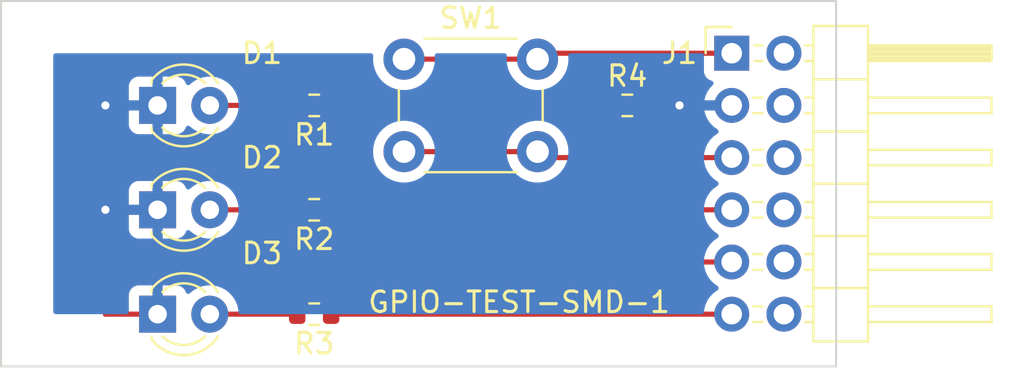
<source format=kicad_pcb>
(kicad_pcb (version 20221018) (generator pcbnew)
  (layers (0 "F.Cu" signal) (31 "B.Cu" signal) (34 "B.Paste" user) (35 "F.Paste" user) (36 "B.SilkS" user "B.Silkscreen") (37 "F.SilkS" user "F.Silkscreen") (38 "B.Mask" user) (39 "F.Mask" user) (44 "Edge.Cuts" user))
  (net 0 "")
  (net 1 "GND")
  (net 2 "Net-(D1-A)")
  (net 3 "Net-(D2-A)")
  (net 4 "Net-(D3-A)")
  (net 5 "Net-(J1-Pin_1)")
  (net 7 "Net-(J1-Pin_9)")
  (net 9 "Net-(J1-Pin_5)")
  (net 11 "Net-(J1-Pin_7)")
  (net 14 "Net-(J1-Pin_11)")
  (footprint "Button_Switch_THT:SW_PUSH_6mm_H4.3mm" (layer "F.Cu") (at 118.67 58.71)
    (fp_text reference "SW1" (at 3.25 -2) (layer "F.SilkS"))
    (fp_text value "SW_Push")
    (fp_line (start -0.25 1.5) (end -0.25 3) (stroke (width 0.12)) (layer "F.SilkS"))
    (fp_line (start 1 5.5) (end 5.5 5.5) (stroke (width 0.12)) (layer "F.SilkS"))
    (fp_line (start 5.5 -1) (end 1 -1) (stroke (width 0.12)) (layer "F.SilkS"))
    (fp_line (start 6.75 3) (end 6.75 1.5) (stroke (width 0.12)) (layer "F.SilkS"))
    (pad "1" thru_hole circle (at 0 0 90) (size 2 2) (drill 1.1) (layers "*.Cu" "*.Mask") (net 5 "Net-(J1-Pin_1)"))
    (pad "1" thru_hole circle (at 6.5 0 90) (size 2 2) (drill 1.1) (layers "*.Cu" "*.Mask") (net 5 "Net-(J1-Pin_1)"))
    (pad "2" thru_hole circle (at 0 4.5 90) (size 2 2) (drill 1.1) (layers "*.Cu" "*.Mask") (net 9 "Net-(J1-Pin_5)"))
    (pad "2" thru_hole circle (at 6.5 4.5 90) (size 2 2) (drill 1.1) (layers "*.Cu" "*.Mask") (net 9 "Net-(J1-Pin_5)"))
  )
  (footprint "Resistor_SMD:R_0603_1608Metric" (layer "F.Cu") (at 114.3 60.96 180)
    (fp_text reference "R1" (at 0 -1.43 180) (layer "F.SilkS"))
    (fp_text value "1k")
    (fp_line (start -0.237258 -0.5225) (end 0.237258 -0.5225) (stroke (width 0.12)) (layer "F.SilkS"))
    (fp_line (start -0.237258 0.5225) (end 0.237258 0.5225) (stroke (width 0.12)) (layer "F.SilkS"))
    (pad "1" smd roundrect (at -0.825 0 180) (size 0.8 0.95) (layers "F.Cu" "F.Paste" "F.Mask") (net 11 "Net-(J1-Pin_7)"))
    (pad "2" smd roundrect (at 0.825 0 180) (size 0.8 0.95) (layers "F.Cu" "F.Paste" "F.Mask") (net 2 "Net-(D1-A)"))
  )
  (footprint "Resistor_SMD:R_0603_1608Metric" (layer "F.Cu") (at 129.54 60.96)
    (fp_text reference "R4" (at 0 -1.43) (layer "F.SilkS"))
    (fp_text value "1k")
    (fp_line (start -0.237258 -0.5225) (end 0.237258 -0.5225) (stroke (width 0.12)) (layer "F.SilkS"))
    (fp_line (start -0.237258 0.5225) (end 0.237258 0.5225) (stroke (width 0.12)) (layer "F.SilkS"))
    (pad "1" smd roundrect (at -0.825 0) (size 0.8 0.95) (layers "F.Cu" "F.Paste" "F.Mask") (net 9 "Net-(J1-Pin_5)"))
    (pad "2" smd roundrect (at 0.825 0) (size 0.8 0.95) (layers "F.Cu" "F.Paste" "F.Mask") (net 1 "GND"))
  )
  (footprint "Resistor_SMD:R_0603_1608Metric" (layer "F.Cu") (at 114.3 71.12 180)
    (fp_text reference "R3" (at 0 -1.43 180) (layer "F.SilkS"))
    (fp_text value "1k")
    (fp_line (start -0.237258 -0.5225) (end 0.237258 -0.5225) (stroke (width 0.12)) (layer "F.SilkS"))
    (fp_line (start -0.237258 0.5225) (end 0.237258 0.5225) (stroke (width 0.12)) (layer "F.SilkS"))
    (pad "1" smd roundrect (at -0.825 0 180) (size 0.8 0.95) (layers "F.Cu" "F.Paste" "F.Mask") (net 14 "Net-(J1-Pin_11)"))
    (pad "2" smd roundrect (at 0.825 0 180) (size 0.8 0.95) (layers "F.Cu" "F.Paste" "F.Mask") (net 4 "Net-(D3-A)"))
  )
  (footprint "Connector_PinHeader_2.54mm:PinHeader_2x06_P2.54mm_Horizontal" (layer "F.Cu") (at 134.62 58.42)
    (fp_text reference "J1" (at -2.54 0) (layer "F.SilkS"))
    (fp_text value "Conn_02x06_Odd_Even")
    (fp_line (start -1.27 -1.27) (end 0 -1.27) (stroke (width 0.12)) (layer "F.SilkS"))
    (fp_line (start -1.27 0) (end -1.27 -1.27) (stroke (width 0.12)) (layer "F.SilkS"))
    (fp_line (start 1.042929 2.16) (end 1.497071 2.16) (stroke (width 0.12)) (layer "F.SilkS"))
    (fp_line (start 1.042929 2.92) (end 1.497071 2.92) (stroke (width 0.12)) (layer "F.SilkS"))
    (fp_line (start 1.042929 4.7) (end 1.497071 4.7) (stroke (width 0.12)) (layer "F.SilkS"))
    (fp_line (start 1.042929 5.46) (end 1.497071 5.46) (stroke (width 0.12)) (layer "F.SilkS"))
    (fp_line (start 1.042929 7.24) (end 1.497071 7.24) (stroke (width 0.12)) (layer "F.SilkS"))
    (fp_line (start 1.042929 8) (end 1.497071 8) (stroke (width 0.12)) (layer "F.SilkS"))
    (fp_line (start 1.042929 9.78) (end 1.497071 9.78) (stroke (width 0.12)) (layer "F.SilkS"))
    (fp_line (start 1.042929 10.54) (end 1.497071 10.54) (stroke (width 0.12)) (layer "F.SilkS"))
    (fp_line (start 1.042929 12.32) (end 1.497071 12.32) (stroke (width 0.12)) (layer "F.SilkS"))
    (fp_line (start 1.042929 13.08) (end 1.497071 13.08) (stroke (width 0.12)) (layer "F.SilkS"))
    (fp_line (start 1.11 -0.38) (end 1.497071 -0.38) (stroke (width 0.12)) (layer "F.SilkS"))
    (fp_line (start 1.11 0.38) (end 1.497071 0.38) (stroke (width 0.12)) (layer "F.SilkS"))
    (fp_line (start 3.582929 -0.38) (end 3.98 -0.38) (stroke (width 0.12)) (layer "F.SilkS"))
    (fp_line (start 3.582929 0.38) (end 3.98 0.38) (stroke (width 0.12)) (layer "F.SilkS"))
    (fp_line (start 3.582929 2.16) (end 3.98 2.16) (stroke (width 0.12)) (layer "F.SilkS"))
    (fp_line (start 3.582929 2.92) (end 3.98 2.92) (stroke (width 0.12)) (layer "F.SilkS"))
    (fp_line (start 3.582929 4.7) (end 3.98 4.7) (stroke (width 0.12)) (layer "F.SilkS"))
    (fp_line (start 3.582929 5.46) (end 3.98 5.46) (stroke (width 0.12)) (layer "F.SilkS"))
    (fp_line (start 3.582929 7.24) (end 3.98 7.24) (stroke (width 0.12)) (layer "F.SilkS"))
    (fp_line (start 3.582929 8) (end 3.98 8) (stroke (width 0.12)) (layer "F.SilkS"))
    (fp_line (start 3.582929 9.78) (end 3.98 9.78) (stroke (width 0.12)) (layer "F.SilkS"))
    (fp_line (start 3.582929 10.54) (end 3.98 10.54) (stroke (width 0.12)) (layer "F.SilkS"))
    (fp_line (start 3.582929 12.32) (end 3.98 12.32) (stroke (width 0.12)) (layer "F.SilkS"))
    (fp_line (start 3.582929 13.08) (end 3.98 13.08) (stroke (width 0.12)) (layer "F.SilkS"))
    (fp_line (start 3.98 -1.33) (end 3.98 14.03) (stroke (width 0.12)) (layer "F.SilkS"))
    (fp_line (start 3.98 1.27) (end 6.64 1.27) (stroke (width 0.12)) (layer "F.SilkS"))
    (fp_line (start 3.98 3.81) (end 6.64 3.81) (stroke (width 0.12)) (layer "F.SilkS"))
    (fp_line (start 3.98 6.35) (end 6.64 6.35) (stroke (width 0.12)) (layer "F.SilkS"))
    (fp_line (start 3.98 8.89) (end 6.64 8.89) (stroke (width 0.12)) (layer "F.SilkS"))
    (fp_line (start 3.98 11.43) (end 6.64 11.43) (stroke (width 0.12)) (layer "F.SilkS"))
    (fp_line (start 3.98 14.03) (end 6.64 14.03) (stroke (width 0.12)) (layer "F.SilkS"))
    (fp_line (start 6.64 -1.33) (end 3.98 -1.33) (stroke (width 0.12)) (layer "F.SilkS"))
    (fp_line (start 6.64 -0.38) (end 12.64 -0.38) (stroke (width 0.12)) (layer "F.SilkS"))
    (fp_line (start 6.64 -0.32) (end 12.64 -0.32) (stroke (width 0.12)) (layer "F.SilkS"))
    (fp_line (start 6.64 -0.2) (end 12.64 -0.2) (stroke (width 0.12)) (layer "F.SilkS"))
    (fp_line (start 6.64 -0.08) (end 12.64 -0.08) (stroke (width 0.12)) (layer "F.SilkS"))
    (fp_line (start 6.64 0.04) (end 12.64 0.04) (stroke (width 0.12)) (layer "F.SilkS"))
    (fp_line (start 6.64 0.16) (end 12.64 0.16) (stroke (width 0.12)) (layer "F.SilkS"))
    (fp_line (start 6.64 0.28) (end 12.64 0.28) (stroke (width 0.12)) (layer "F.SilkS"))
    (fp_line (start 6.64 2.16) (end 12.64 2.16) (stroke (width 0.12)) (layer "F.SilkS"))
    (fp_line (start 6.64 4.7) (end 12.64 4.7) (stroke (width 0.12)) (layer "F.SilkS"))
    (fp_line (start 6.64 7.24) (end 12.64 7.24) (stroke (width 0.12)) (layer "F.SilkS"))
    (fp_line (start 6.64 9.78) (end 12.64 9.78) (stroke (width 0.12)) (layer "F.SilkS"))
    (fp_line (start 6.64 12.32) (end 12.64 12.32) (stroke (width 0.12)) (layer "F.SilkS"))
    (fp_line (start 6.64 14.03) (end 6.64 -1.33) (stroke (width 0.12)) (layer "F.SilkS"))
    (fp_line (start 12.64 -0.38) (end 12.64 0.38) (stroke (width 0.12)) (layer "F.SilkS"))
    (fp_line (start 12.64 0.38) (end 6.64 0.38) (stroke (width 0.12)) (layer "F.SilkS"))
    (fp_line (start 12.64 2.16) (end 12.64 2.92) (stroke (width 0.12)) (layer "F.SilkS"))
    (fp_line (start 12.64 2.92) (end 6.64 2.92) (stroke (width 0.12)) (layer "F.SilkS"))
    (fp_line (start 12.64 4.7) (end 12.64 5.46) (stroke (width 0.12)) (layer "F.SilkS"))
    (fp_line (start 12.64 5.46) (end 6.64 5.46) (stroke (width 0.12)) (layer "F.SilkS"))
    (fp_line (start 12.64 7.24) (end 12.64 8) (stroke (width 0.12)) (layer "F.SilkS"))
    (fp_line (start 12.64 8) (end 6.64 8) (stroke (width 0.12)) (layer "F.SilkS"))
    (fp_line (start 12.64 9.78) (end 12.64 10.54) (stroke (width 0.12)) (layer "F.SilkS"))
    (fp_line (start 12.64 10.54) (end 6.64 10.54) (stroke (width 0.12)) (layer "F.SilkS"))
    (fp_line (start 12.64 12.32) (end 12.64 13.08) (stroke (width 0.12)) (layer "F.SilkS"))
    (fp_line (start 12.64 13.08) (end 6.64 13.08) (stroke (width 0.12)) (layer "F.SilkS"))
    (pad "1" thru_hole rect (at 0 0) (size 1.7 1.7) (drill 1) (layers "*.Cu" "*.Mask") (net 5 "Net-(J1-Pin_1)"))
    (pad "2" thru_hole oval (at 2.54 0) (size 1.7 1.7) (drill 1) (layers "*.Cu" "*.Mask"))
    (pad "3" thru_hole oval (at 0 2.54) (size 1.7 1.7) (drill 1) (layers "*.Cu" "*.Mask") (net 1 "GND"))
    (pad "4" thru_hole oval (at 2.54 2.54) (size 1.7 1.7) (drill 1) (layers "*.Cu" "*.Mask"))
    (pad "5" thru_hole oval (at 0 5.08) (size 1.7 1.7) (drill 1) (layers "*.Cu" "*.Mask") (net 9 "Net-(J1-Pin_5)"))
    (pad "6" thru_hole oval (at 2.54 5.08) (size 1.7 1.7) (drill 1) (layers "*.Cu" "*.Mask"))
    (pad "7" thru_hole oval (at 0 7.62) (size 1.7 1.7) (drill 1) (layers "*.Cu" "*.Mask") (net 11 "Net-(J1-Pin_7)"))
    (pad "8" thru_hole oval (at 2.54 7.62) (size 1.7 1.7) (drill 1) (layers "*.Cu" "*.Mask"))
    (pad "9" thru_hole oval (at 0 10.16) (size 1.7 1.7) (drill 1) (layers "*.Cu" "*.Mask") (net 7 "Net-(J1-Pin_9)"))
    (pad "10" thru_hole oval (at 2.54 10.16) (size 1.7 1.7) (drill 1) (layers "*.Cu" "*.Mask"))
    (pad "11" thru_hole oval (at 0 12.7) (size 1.7 1.7) (drill 1) (layers "*.Cu" "*.Mask") (net 14 "Net-(J1-Pin_11)"))
    (pad "12" thru_hole oval (at 2.54 12.7) (size 1.7 1.7) (drill 1) (layers "*.Cu" "*.Mask"))
  )
  (footprint "Resistor_SMD:R_0603_1608Metric" (layer "F.Cu") (at 114.3 66.04 180)
    (fp_text reference "R2" (at 0 -1.43 180) (layer "F.SilkS"))
    (fp_text value "1k")
    (fp_line (start -0.237258 -0.5225) (end 0.237258 -0.5225) (stroke (width 0.12)) (layer "F.SilkS"))
    (fp_line (start -0.237258 0.5225) (end 0.237258 0.5225) (stroke (width 0.12)) (layer "F.SilkS"))
    (pad "1" smd roundrect (at -0.825 0 180) (size 0.8 0.95) (layers "F.Cu" "F.Paste" "F.Mask") (net 7 "Net-(J1-Pin_9)"))
    (pad "2" smd roundrect (at 0.825 0 180) (size 0.8 0.95) (layers "F.Cu" "F.Paste" "F.Mask") (net 3 "Net-(D2-A)"))
  )
  (footprint "LED_THT:LED_D3.0mm" (layer "F.Cu") (at 106.68 66.04)
    (fp_text reference "D2" (at 5.08 -2.54) (layer "F.SilkS"))
    (fp_text value "LED")
    (fp_line (start -0.29 -1.236) (end -0.29 -1.08) (stroke (width 0.12)) (layer "F.SilkS"))
    (fp_line (start -0.29 1.08) (end -0.29 1.236) (stroke (width 0.12)) (layer "F.SilkS"))
    (fp_arc (start -0.29 -1.235516) (mid 1.366487 -1.987659) (end 2.942335 -1.078608) (stroke (width 0.12)) (layer "F.SilkS"))
    (fp_arc (start 0.229039 -1.08) (mid 1.270117 -1.5) (end 2.31113 -1.079837) (stroke (width 0.12)) (layer "F.SilkS"))
    (fp_arc (start 2.31113 1.079837) (mid 1.270117 1.5) (end 0.229039 1.08) (stroke (width 0.12)) (layer "F.SilkS"))
    (fp_arc (start 2.942335 1.078608) (mid 1.366487 1.987659) (end -0.29 1.235516) (stroke (width 0.12)) (layer "F.SilkS"))
    (pad "1" thru_hole rect (at 0 0) (size 1.8 1.8) (drill 0.9) (layers "*.Cu" "*.Mask") (net 1 "GND"))
    (pad "2" thru_hole circle (at 2.54 0) (size 1.8 1.8) (drill 0.9) (layers "*.Cu" "*.Mask") (net 3 "Net-(D2-A)"))
  )
  (footprint "LED_THT:LED_D3.0mm" (layer "F.Cu") (at 106.68 71.12)
    (fp_text reference "D3" (at 5.08 -2.96) (layer "F.SilkS"))
    (fp_text value "LED")
    (fp_line (start -0.29 -1.236) (end -0.29 -1.08) (stroke (width 0.12)) (layer "F.SilkS"))
    (fp_line (start -0.29 1.08) (end -0.29 1.236) (stroke (width 0.12)) (layer "F.SilkS"))
    (fp_arc (start -0.29 -1.235516) (mid 1.366487 -1.987659) (end 2.942335 -1.078608) (stroke (width 0.12)) (layer "F.SilkS"))
    (fp_arc (start 0.229039 -1.08) (mid 1.270117 -1.5) (end 2.31113 -1.079837) (stroke (width 0.12)) (layer "F.SilkS"))
    (fp_arc (start 2.31113 1.079837) (mid 1.270117 1.5) (end 0.229039 1.08) (stroke (width 0.12)) (layer "F.SilkS"))
    (fp_arc (start 2.942335 1.078608) (mid 1.366487 1.987659) (end -0.29 1.235516) (stroke (width 0.12)) (layer "F.SilkS"))
    (pad "1" thru_hole rect (at 0 0) (size 1.8 1.8) (drill 0.9) (layers "*.Cu" "*.Mask") (net 1 "GND"))
    (pad "2" thru_hole circle (at 2.54 0) (size 1.8 1.8) (drill 0.9) (layers "*.Cu" "*.Mask") (net 4 "Net-(D3-A)"))
  )
  (footprint "LED_THT:LED_D3.0mm" (layer "F.Cu") (at 106.68 60.96)
    (fp_text reference "D1" (at 5.08 -2.54) (layer "F.SilkS"))
    (fp_text value "LED")
    (fp_line (start -0.29 -1.236) (end -0.29 -1.08) (stroke (width 0.12)) (layer "F.SilkS"))
    (fp_line (start -0.29 1.08) (end -0.29 1.236) (stroke (width 0.12)) (layer "F.SilkS"))
    (fp_arc (start -0.29 -1.235516) (mid 1.366487 -1.987659) (end 2.942335 -1.078608) (stroke (width 0.12)) (layer "F.SilkS"))
    (fp_arc (start 0.229039 -1.08) (mid 1.270117 -1.5) (end 2.31113 -1.079837) (stroke (width 0.12)) (layer "F.SilkS"))
    (fp_arc (start 2.31113 1.079837) (mid 1.270117 1.5) (end 0.229039 1.08) (stroke (width 0.12)) (layer "F.SilkS"))
    (fp_arc (start 2.942335 1.078608) (mid 1.366487 1.987659) (end -0.29 1.235516) (stroke (width 0.12)) (layer "F.SilkS"))
    (pad "1" thru_hole rect (at 0 0) (size 1.8 1.8) (drill 0.9) (layers "*.Cu" "*.Mask") (net 1 "GND"))
    (pad "2" thru_hole circle (at 2.54 0) (size 1.8 1.8) (drill 0.9) (layers "*.Cu" "*.Mask") (net 2 "Net-(D1-A)"))
  )
  (gr_line (start 99.06 55.88) (end 139.7 55.88) (stroke (width 0.1)) (layer "Edge.Cuts"))
  (gr_line (start 99.06 73.66) (end 99.06 55.88) (stroke (width 0.1)) (layer "Edge.Cuts"))
  (gr_line (start 99.06 73.66) (end 139.7 73.66) (stroke (width 0.1)) (layer "Edge.Cuts"))
  (gr_line (start 139.7 73.66) (end 139.7 55.88) (stroke (width 0.1)) (layer "Edge.Cuts"))
  (gr_text "GPIO-TEST-SMD-1" (at 116.84 71.12) (layer "F.SilkS") (effects (font (size 1 1)) (justify left bottom)))
  (segment (start 106.68 71.12) (end 104.14 71.12) (width 0.25) (layer "F.Cu") (net 1))
  (segment (start 134.62 60.96) (end 132.08 60.96) (width 0.25) (layer "F.Cu") (net 1))
  (segment (start 106.68 60.96) (end 104.14 60.96) (width 0.25) (layer "F.Cu") (net 1))
  (segment (start 104.14 71.12) (end 104.14 66.04) (width 0.25) (layer "F.Cu") (net 1))
  (segment (start 132.08 60.96) (end 130.365 60.96) (width 0.25) (layer "F.Cu") (net 1))
  (segment (start 104.14 60.96) (end 104.14 66.04) (width 0.25) (layer "F.Cu") (net 1))
  (segment (start 104.14 66.04) (end 106.68 66.04) (width 0.25) (layer "F.Cu") (net 1))
  (via (at 132.08 60.96) (size 0.8) (drill 0.4) (layers "F.Cu" "B.Cu") (net 1))
  (via (at 104.14 66.04) (size 0.8) (drill 0.4) (layers "F.Cu" "B.Cu") (net 1))
  (via (at 104.14 60.96) (size 0.8) (drill 0.4) (layers "F.Cu" "B.Cu") (net 1))
  (segment (start 113.475 60.96) (end 109.22 60.96) (width 0.25) (layer "F.Cu") (net 2))
  (segment (start 109.22 66.04) (end 113.475 66.04) (width 0.25) (layer "F.Cu") (net 3))
  (segment (start 109.22 71.12) (end 113.475 71.12) (width 0.25) (layer "F.Cu") (net 4))
  (segment (start 118.67 58.71) (end 125.17 58.71) (width 0.25) (layer "F.Cu") (net 5))
  (segment (start 134.62 58.42) (end 125.46 58.42) (width 0.25) (layer "F.Cu") (net 5))
  (segment (start 125.46 58.42) (end 125.17 58.71) (width 0.25) (layer "F.Cu") (net 5))
  (segment (start 117.665 68.58) (end 115.125 66.04) (width 0.25) (layer "F.Cu") (net 7))
  (segment (start 134.62 68.58) (end 117.665 68.58) (width 0.25) (layer "F.Cu") (net 7))
  (segment (start 128.715 62.675) (end 129.54 63.5) (width 0.25) (layer "F.Cu") (net 9))
  (segment (start 125.46 63.5) (end 125.17 63.21) (width 0.25) (layer "F.Cu") (net 9))
  (segment (start 129.54 63.5) (end 125.46 63.5) (width 0.25) (layer "F.Cu") (net 9))
  (segment (start 128.715 60.96) (end 128.715 62.675) (width 0.25) (layer "F.Cu") (net 9))
  (segment (start 118.67 63.21) (end 125.17 63.21) (width 0.25) (layer "F.Cu") (net 9))
  (segment (start 134.33 63.21) (end 134.62 63.5) (width 0.25) (layer "F.Cu") (net 9))
  (segment (start 134.62 63.5) (end 129.54 63.5) (width 0.25) (layer "F.Cu") (net 9))
  (segment (start 116.84 66.04) (end 116.84 63.253833) (width 0.25) (layer "F.Cu") (net 11))
  (segment (start 116.84 63.253833) (end 115.125 61.538833) (width 0.25) (layer "F.Cu") (net 11))
  (segment (start 134.62 66.04) (end 116.84 66.04) (width 0.25) (layer "F.Cu") (net 11))
  (segment (start 115.125 61.538833) (end 115.125 60.96) (width 0.25) (layer "F.Cu") (net 11))
  (segment (start 134.62 71.12) (end 115.125 71.12) (width 0.25) (layer "F.Cu") (net 14))
  (zone (net 1) (net_name "GND") (layer "B.Cu") (connect_pads (clearance 0.5)) (min_thickness 0.25) (fill yes (thermal_gap 0.5) (thermal_bridge_width 0.5))
    (polygon (pts (xy 101.6 58.42) (xy 101.6 71.12) (xy 137.16 71.12) (xy 137.16 58.42)))
  )
)
</source>
